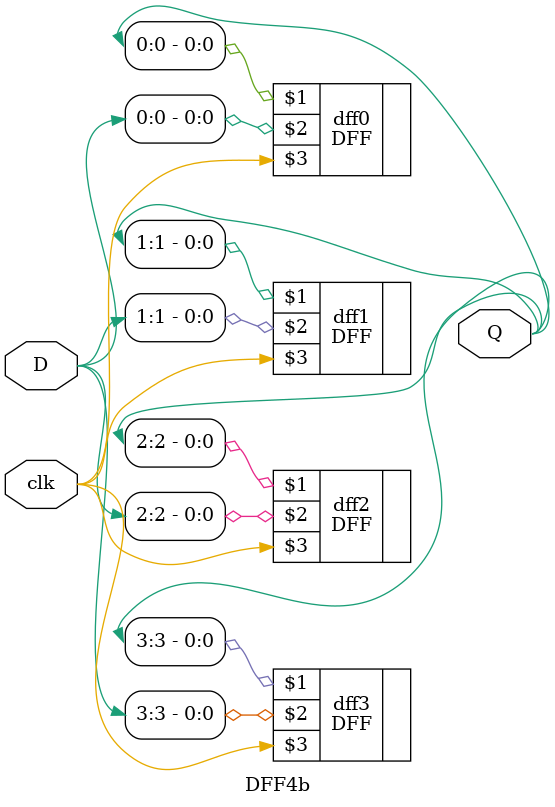
<source format=v>
/**
 * 4-bit D Flipflop module
 */
module DFF4b (output [3:0] Q, input [3:0] D, input clk);
    // always @ ( posedge clk )  $display(Q);
    DFF dff0(Q[0], D[0], clk);
    DFF dff1(Q[1], D[1], clk);
    DFF dff2(Q[2], D[2], clk);
    DFF dff3(Q[3], D[3], clk);
endmodule // DFF4b

</source>
